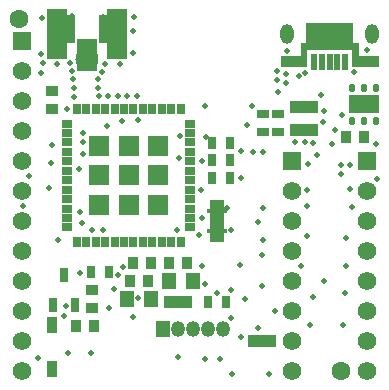
<source format=gbs>
G04*
G04 #@! TF.GenerationSoftware,Altium Limited,Altium Designer,18.1.9 (240)*
G04*
G04 Layer_Color=16711935*
%FSLAX25Y25*%
%MOIN*%
G70*
G01*
G75*
%ADD15R,0.04724X0.08661*%
%ADD16R,0.03300X0.04200*%
%ADD19R,0.04567X0.04567*%
%ADD20R,0.03630X0.04030*%
%ADD21R,0.06630X0.16630*%
%ADD22C,0.06299*%
%ADD23R,0.04030X0.03630*%
%ADD24R,0.06130X0.06130*%
%ADD25C,0.06130*%
%ADD26O,0.04630X0.05354*%
%ADD27R,0.04630X0.05354*%
%ADD28C,0.07730*%
%ADD29O,0.04567X0.06535*%
%ADD30C,0.01811*%
%ADD67R,0.06600X0.01500*%
%ADD68R,0.02598X0.03780*%
%ADD69R,0.03780X0.02598*%
%ADD70R,0.06929X0.06929*%
%ADD71R,0.03030X0.04030*%
%ADD72R,0.10000X0.06457*%
G04:AMPARAMS|DCode=73|XSize=21.26mil|YSize=29.13mil|CornerRadius=6.69mil|HoleSize=0mil|Usage=FLASHONLY|Rotation=0.000|XOffset=0mil|YOffset=0mil|HoleType=Round|Shape=RoundedRectangle|*
%AMROUNDEDRECTD73*
21,1,0.02126,0.01575,0,0,0.0*
21,1,0.00787,0.02913,0,0,0.0*
1,1,0.01339,0.00394,-0.00787*
1,1,0.01339,-0.00394,-0.00787*
1,1,0.01339,-0.00394,0.00787*
1,1,0.01339,0.00394,0.00787*
%
%ADD73ROUNDEDRECTD73*%
%ADD74R,0.03030X0.04530*%
%ADD75R,0.03430X0.05430*%
%ADD76R,0.02205X0.05748*%
%ADD77R,0.04830X0.09330*%
%ADD78R,0.04830X0.04830*%
%ADD79R,0.06630X0.10630*%
%ADD80R,0.04530X0.05530*%
%ADD81R,0.04030X0.03030*%
G36*
X91348Y106300D02*
X100207D01*
Y112008D01*
X115167D01*
Y106300D01*
X124026D01*
Y110237D01*
X117333D01*
Y114567D01*
X115561D01*
Y121063D01*
X99813D01*
Y114567D01*
X98041D01*
Y110237D01*
X91348D01*
Y106300D01*
D02*
G37*
D15*
X70000Y55000D02*
D03*
D16*
X85150Y15000D02*
D03*
X98948Y85387D02*
D03*
X98850Y93000D02*
D03*
X57150Y28000D02*
D03*
D19*
X70000Y59724D02*
D03*
Y55000D02*
D03*
Y50276D02*
D03*
D20*
X82000Y15000D02*
D03*
X88000D02*
D03*
X96098Y85387D02*
D03*
X102098D02*
D03*
X102000Y93000D02*
D03*
X96000D02*
D03*
X23000Y20000D02*
D03*
X29000D02*
D03*
X54000Y41200D02*
D03*
X60000D02*
D03*
X47000Y35000D02*
D03*
X41000D02*
D03*
X48000Y41000D02*
D03*
X42000D02*
D03*
X60000Y28000D02*
D03*
X54000D02*
D03*
X119000Y83000D02*
D03*
X113000D02*
D03*
D21*
X36900Y117500D02*
D03*
X16900D02*
D03*
D22*
X4000Y122500D02*
D03*
X111500Y5000D02*
D03*
D23*
X15100Y98500D02*
D03*
Y92500D02*
D03*
X28500Y32000D02*
D03*
Y26000D02*
D03*
D24*
X120000Y75000D02*
D03*
X95000D02*
D03*
X5000Y115000D02*
D03*
D25*
X120000Y55000D02*
D03*
Y45000D02*
D03*
Y65000D02*
D03*
Y35000D02*
D03*
Y25000D02*
D03*
Y15000D02*
D03*
Y5000D02*
D03*
X95000Y55000D02*
D03*
Y45000D02*
D03*
Y65000D02*
D03*
Y35000D02*
D03*
Y25000D02*
D03*
Y15000D02*
D03*
Y5000D02*
D03*
X5000Y105000D02*
D03*
Y95000D02*
D03*
Y65000D02*
D03*
Y85000D02*
D03*
Y75000D02*
D03*
Y55000D02*
D03*
X5000Y15000D02*
D03*
Y5000D02*
D03*
X5000Y45000D02*
D03*
Y35000D02*
D03*
Y25000D02*
D03*
D26*
X67000Y19000D02*
D03*
X62000D02*
D03*
X72000D02*
D03*
X57000D02*
D03*
D27*
X52000D02*
D03*
D28*
X26900Y109000D02*
D03*
D29*
X93475Y117500D02*
D03*
X121900D02*
D03*
D30*
X57500Y76000D02*
D03*
X66500Y83000D02*
D03*
X113000Y49500D02*
D03*
Y40000D02*
D03*
X101000Y20500D02*
D03*
X112000D02*
D03*
X75000Y4000D02*
D03*
X87500D02*
D03*
X14000Y66000D02*
D03*
X38500Y88500D02*
D03*
X15000Y80500D02*
D03*
X25512Y77500D02*
D03*
X24000Y72500D02*
D03*
X25512Y81268D02*
D03*
X14750Y74500D02*
D03*
X20000Y92500D02*
D03*
X25500Y84500D02*
D03*
X24500Y58000D02*
D03*
X29000Y68000D02*
D03*
X7500Y70000D02*
D03*
X49500Y59000D02*
D03*
X42500Y58500D02*
D03*
X39000Y62000D02*
D03*
Y78500D02*
D03*
X32500Y81500D02*
D03*
Y62000D02*
D03*
X29000Y59000D02*
D03*
X48500Y80000D02*
D03*
X42500Y68500D02*
D03*
X52000D02*
D03*
X52500Y62500D02*
D03*
X43600Y88900D02*
D03*
X32500Y71500D02*
D03*
X33379Y86825D02*
D03*
X80100Y87100D02*
D03*
X42500Y82000D02*
D03*
X90500Y98000D02*
D03*
X93100Y104200D02*
D03*
X90000Y102100D02*
D03*
X90158Y105118D02*
D03*
X93150Y101050D02*
D03*
X97300Y103500D02*
D03*
X99500Y104300D02*
D03*
X74800Y52200D02*
D03*
X83900Y54700D02*
D03*
X73361Y59300D02*
D03*
X57600Y83500D02*
D03*
X108300Y80700D02*
D03*
X64100Y50300D02*
D03*
X56800Y52200D02*
D03*
X17200Y48800D02*
D03*
X5300Y60000D02*
D03*
X64900Y65300D02*
D03*
X65000Y75000D02*
D03*
Y56200D02*
D03*
X12100Y107650D02*
D03*
X11400Y104500D02*
D03*
X120200Y112200D02*
D03*
X85325Y78000D02*
D03*
X82175D02*
D03*
X105400Y88100D02*
D03*
X105800Y91900D02*
D03*
X79331Y29131D02*
D03*
X123200Y80800D02*
D03*
X123400Y69200D02*
D03*
X111300Y73700D02*
D03*
X114500Y73600D02*
D03*
X99300Y81300D02*
D03*
X105900Y35200D02*
D03*
X111600Y90400D02*
D03*
X57000Y9800D02*
D03*
X32800Y107500D02*
D03*
X31800Y104900D02*
D03*
X93500Y111800D02*
D03*
X30500Y102500D02*
D03*
Y99500D02*
D03*
X30700Y96600D02*
D03*
X21200Y107800D02*
D03*
X21700Y105200D02*
D03*
X22200Y102300D02*
D03*
X22500Y99500D02*
D03*
Y96500D02*
D03*
X78000Y69500D02*
D03*
X25000Y54500D02*
D03*
X37000Y37000D02*
D03*
X32016Y51961D02*
D03*
X28500Y52000D02*
D03*
X42000Y23000D02*
D03*
X70000Y31000D02*
D03*
X66000Y9000D02*
D03*
X71000D02*
D03*
X78000Y16500D02*
D03*
Y78500D02*
D03*
X65000Y40000D02*
D03*
X66000Y34000D02*
D03*
X96000Y81400D02*
D03*
X100200Y65500D02*
D03*
X81800Y93500D02*
D03*
X66200D02*
D03*
X85400Y59500D02*
D03*
X114400Y65600D02*
D03*
X115000Y59800D02*
D03*
X102000Y81000D02*
D03*
X111400Y70600D02*
D03*
X100000Y60000D02*
D03*
X100200Y50000D02*
D03*
X98100Y40200D02*
D03*
X112800Y31000D02*
D03*
X85400Y48891D02*
D03*
X85000Y43900D02*
D03*
X85200Y33400D02*
D03*
X77600Y40300D02*
D03*
X102000Y29700D02*
D03*
X89400Y25000D02*
D03*
X83600Y19400D02*
D03*
X74600Y32100D02*
D03*
X74700Y22700D02*
D03*
X38600Y39900D02*
D03*
X24500Y37800D02*
D03*
X10300Y9400D02*
D03*
X20300Y11000D02*
D03*
X28200D02*
D03*
X19700Y26900D02*
D03*
X34100Y26100D02*
D03*
X11600Y122800D02*
D03*
X11500Y110800D02*
D03*
X42300Y123000D02*
D03*
X42100Y118300D02*
D03*
Y111200D02*
D03*
X37600Y107500D02*
D03*
X16800D02*
D03*
X32000Y123200D02*
D03*
X21700Y123300D02*
D03*
X33800Y96600D02*
D03*
X37100D02*
D03*
X40200D02*
D03*
X43500D02*
D03*
X19000Y23300D02*
D03*
X35800Y32500D02*
D03*
X43800Y29400D02*
D03*
X104724Y97244D02*
D03*
X115768Y104728D02*
D03*
X103300Y77000D02*
D03*
X100300Y74200D02*
D03*
X109500Y85500D02*
D03*
D67*
X70000Y51650D02*
D03*
Y58250D02*
D03*
D68*
X57996Y48012D02*
D03*
X54847D02*
D03*
X51697D02*
D03*
X48547D02*
D03*
X45398D02*
D03*
X42248D02*
D03*
X39098D02*
D03*
X35949D02*
D03*
X32799D02*
D03*
X29650D02*
D03*
X26500D02*
D03*
X23350D02*
D03*
Y92500D02*
D03*
X26500D02*
D03*
X29650D02*
D03*
X32799D02*
D03*
X35949D02*
D03*
X39098D02*
D03*
X42248D02*
D03*
X45398D02*
D03*
X48547D02*
D03*
X51697D02*
D03*
X54847D02*
D03*
X57996D02*
D03*
D69*
X20201Y52933D02*
D03*
Y56083D02*
D03*
Y59232D02*
D03*
Y62382D02*
D03*
Y65531D02*
D03*
Y68681D02*
D03*
Y71831D02*
D03*
Y74980D02*
D03*
Y78130D02*
D03*
Y81279D02*
D03*
Y84429D02*
D03*
Y87579D02*
D03*
X61146D02*
D03*
Y84429D02*
D03*
Y81279D02*
D03*
Y78130D02*
D03*
Y74980D02*
D03*
Y71831D02*
D03*
Y68681D02*
D03*
Y65531D02*
D03*
Y62382D02*
D03*
Y59232D02*
D03*
Y56083D02*
D03*
Y52933D02*
D03*
D70*
X40673Y70256D02*
D03*
Y80098D02*
D03*
X50516D02*
D03*
Y70256D02*
D03*
Y60413D02*
D03*
X40673D02*
D03*
X30830D02*
D03*
Y70256D02*
D03*
Y80098D02*
D03*
D71*
X67000Y28000D02*
D03*
X73000D02*
D03*
X28000Y38000D02*
D03*
X34000D02*
D03*
X74500Y69500D02*
D03*
X68500D02*
D03*
Y81000D02*
D03*
X74500D02*
D03*
X68500Y75500D02*
D03*
X74500D02*
D03*
D72*
X119000Y94000D02*
D03*
D73*
X122937Y99512D02*
D03*
X119000D02*
D03*
X115063D02*
D03*
X122937Y88488D02*
D03*
X119000D02*
D03*
X115063D02*
D03*
D74*
X22700Y27000D02*
D03*
X15300D02*
D03*
X19000Y37000D02*
D03*
D75*
X15000Y5700D02*
D03*
Y20300D02*
D03*
D76*
X107687Y108150D02*
D03*
X105128D02*
D03*
X110247D02*
D03*
X102569D02*
D03*
X112805D02*
D03*
D77*
X33100Y119000D02*
D03*
X20550D02*
D03*
D78*
X26800Y112700D02*
D03*
D79*
X26900Y110500D02*
D03*
D80*
X40000Y29000D02*
D03*
X48000D02*
D03*
X62000Y35000D02*
D03*
X54000D02*
D03*
D81*
X85300Y90700D02*
D03*
Y84700D02*
D03*
X90300Y90700D02*
D03*
Y84700D02*
D03*
M02*

</source>
